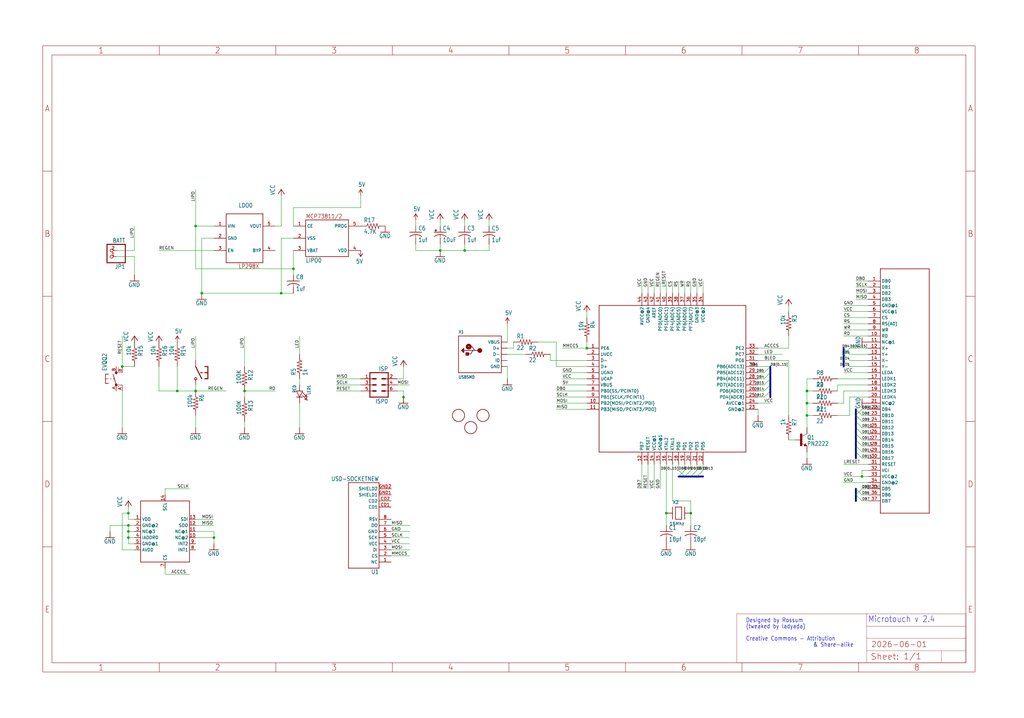
<source format=kicad_sch>
(kicad_sch (version 20230121) (generator eeschema)
  (paper "User" 425.45 298.602)
  (junction (at 101.6 162.56))
  (junction (at 193.04 104.14))
  (junction (at 53.34 223.52))
  (junction (at 53.34 218.44))
  (junction (at 121.92 111.76))
  (junction (at 276.86 213.36))
  (junction (at 81.28 93.98))
  (junction (at 335.28 162.56))
  (junction (at 83.82 121.92))
  (junction (at 335.28 167.64))
  (junction (at 116.84 121.92))
  (junction (at 53.34 220.98))
  (junction (at 73.66 162.56))
  (junction (at 50.8 152.4))
  (junction (at 287.02 213.36))
  (junction (at 358.14 198.12))
  (junction (at 53.34 213.36))
  (junction (at 88.9 223.52))
  (junction (at 167.64 165.1))
  (junction (at 81.28 162.56))
  (junction (at 182.88 104.14))
  (junction (at 243.84 144.78))
  (junction (at 335.28 172.72))
  (bus_entry (at 358.14 170.18) (size -2.54 2.54))
  (bus_entry (at 353.06 152.4) (size -2.54 -2.54))
  (bus_entry (at 284.48 195.58) (size -2.54 2.54))
  (bus_entry (at 358.14 185.42) (size -2.54 -2.54))
  (bus_entry (at 292.1 195.58) (size -2.54 2.54))
  (bus_entry (at 358.14 205.74) (size -2.54 -2.54))
  (bus_entry (at 317.5 165.1) (size 2.54 -2.54))
  (bus_entry (at 358.14 190.5) (size -2.54 -2.54))
  (bus_entry (at 358.14 203.2) (size -2.54 2.54))
  (bus_entry (at 358.14 180.34) (size -2.54 -2.54))
  (bus_entry (at 358.14 208.28) (size -2.54 -2.54))
  (bus_entry (at 358.14 175.26) (size -2.54 -2.54))
  (bus_entry (at 358.14 187.96) (size -2.54 -2.54))
  (bus_entry (at 287.02 195.58) (size -2.54 2.54))
  (bus_entry (at 358.14 172.72) (size -2.54 -2.54))
  (bus_entry (at 317.5 160.02) (size 2.54 -2.54))
  (bus_entry (at 353.06 149.86) (size -2.54 -2.54))
  (bus_entry (at 353.06 147.32) (size -2.54 -2.54))
  (bus_entry (at 317.5 157.48) (size 2.54 -2.54))
  (bus_entry (at 281.94 195.58) (size 2.54 2.54))
  (bus_entry (at 317.5 154.94) (size 2.54 -2.54))
  (bus_entry (at 353.06 144.78) (size -2.54 2.54))
  (bus_entry (at 317.5 162.56) (size 2.54 -2.54))
  (bus_entry (at 358.14 182.88) (size -2.54 -2.54))
  (bus_entry (at 358.14 177.8) (size -2.54 -2.54))
  (bus_entry (at 289.56 195.58) (size -2.54 2.54))
  (wire (pts (xy 53.34 220.98) (xy 53.34 223.52)) (stroke (width 0.1524)))
  (wire (pts (xy 360.68 190.5) (xy 358.14 190.5)) (stroke (width 0.1524)))
  (wire (pts (xy 50.8 162.56) (xy 50.8 177.8)) (stroke (width 0.1524)))
  (wire (pts (xy 335.28 172.72) (xy 335.28 177.8)) (stroke (width 0.1524)))
  (wire (pts (xy 353.06 147.32) (xy 360.68 147.32)) (stroke (width 0.1524)))
  (wire (pts (xy 81.28 162.56) (xy 73.66 162.56)) (stroke (width 0.1524)))
  (wire (pts (xy 314.96 144.78) (xy 327.66 144.78)) (stroke (width 0.1524)))
  (wire (pts (xy 314.96 167.64) (xy 320.04 167.64)) (stroke (width 0.1524)))
  (wire (pts (xy 121.92 104.14) (xy 121.92 111.76)) (stroke (width 0.1524)))
  (wire (pts (xy 243.84 165.1) (xy 231.14 165.1)) (stroke (width 0.1524)))
  (wire (pts (xy 81.28 93.98) (xy 81.28 78.74)) (stroke (width 0.1524)))
  (wire (pts (xy 337.82 167.64) (xy 335.28 167.64)) (stroke (width 0.1524)))
  (wire (pts (xy 149.86 162.56) (xy 139.7 162.56)) (stroke (width 0.1524)))
  (wire (pts (xy 55.88 106.68) (xy 55.88 114.3)) (stroke (width 0.1524)))
  (wire (pts (xy 203.2 101.6) (xy 203.2 104.14)) (stroke (width 0.1524)))
  (wire (pts (xy 172.72 93.98) (xy 172.72 91.44)) (stroke (width 0.1524)))
  (wire (pts (xy 233.68 160.02) (xy 243.84 160.02)) (stroke (width 0.1524)))
  (wire (pts (xy 287.02 218.44) (xy 287.02 213.36)) (stroke (width 0.1524)))
  (wire (pts (xy 360.68 187.96) (xy 358.14 187.96)) (stroke (width 0.1524)))
  (wire (pts (xy 101.6 139.7) (xy 101.6 152.4)) (stroke (width 0.1524)))
  (wire (pts (xy 88.9 223.52) (xy 81.28 223.52)) (stroke (width 0.1524)))
  (wire (pts (xy 243.84 142.24) (xy 243.84 144.78)) (stroke (width 0.1524)))
  (wire (pts (xy 203.2 104.14) (xy 193.04 104.14)) (stroke (width 0.1524)))
  (wire (pts (xy 360.68 195.58) (xy 358.14 195.58)) (stroke (width 0.1524)))
  (wire (pts (xy 335.28 190.5) (xy 335.28 187.96)) (stroke (width 0.1524)))
  (bus (pts (xy 350.52 149.86) (xy 350.52 152.4)) (stroke (width 0.762)))
  (wire (pts (xy 360.68 208.28) (xy 358.14 208.28)) (stroke (width 0.1524)))
  (wire (pts (xy 350.52 162.56) (xy 350.52 167.64)) (stroke (width 0.1524)))
  (wire (pts (xy 55.88 218.44) (xy 53.34 218.44)) (stroke (width 0.1524)))
  (wire (pts (xy 55.88 220.98) (xy 53.34 220.98)) (stroke (width 0.1524)))
  (wire (pts (xy 284.48 121.92) (xy 284.48 116.84)) (stroke (width 0.1524)))
  (wire (pts (xy 210.82 147.32) (xy 218.44 147.32)) (stroke (width 0.1524)))
  (bus (pts (xy 320.04 157.48) (xy 320.04 160.02)) (stroke (width 0.762)))
  (wire (pts (xy 271.78 121.92) (xy 271.78 116.84)) (stroke (width 0.1524)))
  (wire (pts (xy 360.68 121.92) (xy 355.6 121.92)) (stroke (width 0.1524)))
  (bus (pts (xy 355.6 205.74) (xy 355.6 208.28)) (stroke (width 0.762)))
  (bus (pts (xy 355.6 185.42) (xy 355.6 187.96)) (stroke (width 0.762)))
  (wire (pts (xy 88.9 220.98) (xy 88.9 223.52)) (stroke (width 0.1524)))
  (wire (pts (xy 360.68 160.02) (xy 347.98 160.02)) (stroke (width 0.1524)))
  (wire (pts (xy 360.68 139.7) (xy 350.52 139.7)) (stroke (width 0.1524)))
  (wire (pts (xy 284.48 193.04) (xy 284.48 195.58)) (stroke (width 0.1524)))
  (wire (pts (xy 360.68 170.18) (xy 358.14 170.18)) (stroke (width 0.1524)))
  (wire (pts (xy 73.66 162.56) (xy 73.66 152.4)) (stroke (width 0.1524)))
  (wire (pts (xy 337.82 172.72) (xy 335.28 172.72)) (stroke (width 0.1524)))
  (bus (pts (xy 320.04 160.02) (xy 320.04 162.56)) (stroke (width 0.762)))
  (wire (pts (xy 360.68 205.74) (xy 358.14 205.74)) (stroke (width 0.1524)))
  (wire (pts (xy 210.82 157.48) (xy 210.82 152.4)) (stroke (width 0.1524)))
  (bus (pts (xy 320.04 162.56) (xy 320.04 165.1)) (stroke (width 0.762)))
  (wire (pts (xy 121.92 86.36) (xy 149.86 86.36)) (stroke (width 0.1524)))
  (wire (pts (xy 81.28 220.98) (xy 88.9 220.98)) (stroke (width 0.1524)))
  (wire (pts (xy 314.96 147.32) (xy 325.12 147.32)) (stroke (width 0.1524)))
  (wire (pts (xy 81.28 149.86) (xy 81.28 139.7)) (stroke (width 0.1524)))
  (wire (pts (xy 314.96 160.02) (xy 317.5 160.02)) (stroke (width 0.1524)))
  (bus (pts (xy 350.52 144.78) (xy 350.52 147.32)) (stroke (width 0.762)))
  (bus (pts (xy 355.6 203.2) (xy 355.6 205.74)) (stroke (width 0.762)))
  (wire (pts (xy 360.68 134.62) (xy 350.52 134.62)) (stroke (width 0.1524)))
  (wire (pts (xy 121.92 114.3) (xy 121.92 111.76)) (stroke (width 0.1524)))
  (wire (pts (xy 231.14 142.24) (xy 231.14 152.4)) (stroke (width 0.1524)))
  (wire (pts (xy 66.04 162.56) (xy 66.04 152.4)) (stroke (width 0.1524)))
  (wire (pts (xy 68.58 205.74) (xy 68.58 203.2)) (stroke (width 0.1524)))
  (wire (pts (xy 360.68 162.56) (xy 350.52 162.56)) (stroke (width 0.1524)))
  (wire (pts (xy 53.34 226.06) (xy 55.88 226.06)) (stroke (width 0.1524)))
  (wire (pts (xy 162.56 231.14) (xy 170.18 231.14)) (stroke (width 0.1524)))
  (wire (pts (xy 81.28 162.56) (xy 93.98 162.56)) (stroke (width 0.1524)))
  (wire (pts (xy 353.06 172.72) (xy 347.98 172.72)) (stroke (width 0.1524)))
  (wire (pts (xy 353.06 165.1) (xy 353.06 172.72)) (stroke (width 0.1524)))
  (wire (pts (xy 223.52 142.24) (xy 231.14 142.24)) (stroke (width 0.1524)))
  (wire (pts (xy 243.84 154.94) (xy 233.68 154.94)) (stroke (width 0.1524)))
  (wire (pts (xy 121.92 111.76) (xy 81.28 111.76)) (stroke (width 0.1524)))
  (wire (pts (xy 124.46 157.48) (xy 124.46 160.02)) (stroke (width 0.1524)))
  (wire (pts (xy 360.68 127) (xy 350.52 127)) (stroke (width 0.1524)))
  (wire (pts (xy 81.28 111.76) (xy 81.28 93.98)) (stroke (width 0.1524)))
  (wire (pts (xy 335.28 157.48) (xy 335.28 162.56)) (stroke (width 0.1524)))
  (wire (pts (xy 101.6 162.56) (xy 101.6 165.1)) (stroke (width 0.1524)))
  (wire (pts (xy 353.06 149.86) (xy 360.68 149.86)) (stroke (width 0.1524)))
  (wire (pts (xy 274.32 193.04) (xy 274.32 203.2)) (stroke (width 0.1524)))
  (wire (pts (xy 358.14 195.58) (xy 358.14 198.12)) (stroke (width 0.1524)))
  (wire (pts (xy 101.6 162.56) (xy 114.3 162.56)) (stroke (width 0.1524)))
  (wire (pts (xy 167.64 165.1) (xy 167.64 167.64)) (stroke (width 0.1524)))
  (wire (pts (xy 53.34 223.52) (xy 53.34 226.06)) (stroke (width 0.1524)))
  (wire (pts (xy 167.64 162.56) (xy 167.64 165.1)) (stroke (width 0.1524)))
  (wire (pts (xy 55.88 215.9) (xy 53.34 215.9)) (stroke (width 0.1524)))
  (wire (pts (xy 360.68 200.66) (xy 350.52 200.66)) (stroke (width 0.1524)))
  (wire (pts (xy 276.86 218.44) (xy 276.86 213.36)) (stroke (width 0.1524)))
  (wire (pts (xy 88.9 99.06) (xy 83.82 99.06)) (stroke (width 0.1524)))
  (wire (pts (xy 101.6 177.8) (xy 101.6 175.26)) (stroke (width 0.1524)))
  (wire (pts (xy 182.88 101.6) (xy 182.88 104.14)) (stroke (width 0.1524)))
  (bus (pts (xy 355.6 170.18) (xy 355.6 172.72)) (stroke (width 0.762)))
  (wire (pts (xy 327.66 144.78) (xy 327.66 139.7)) (stroke (width 0.1524)))
  (wire (pts (xy 88.9 215.9) (xy 81.28 215.9)) (stroke (width 0.1524)))
  (wire (pts (xy 243.84 157.48) (xy 233.68 157.48)) (stroke (width 0.1524)))
  (wire (pts (xy 193.04 104.14) (xy 193.04 101.6)) (stroke (width 0.1524)))
  (wire (pts (xy 53.34 215.9) (xy 53.34 213.36)) (stroke (width 0.1524)))
  (wire (pts (xy 231.14 152.4) (xy 243.84 152.4)) (stroke (width 0.1524)))
  (wire (pts (xy 353.06 152.4) (xy 360.68 152.4)) (stroke (width 0.1524)))
  (wire (pts (xy 162.56 228.6) (xy 170.18 228.6)) (stroke (width 0.1524)))
  (wire (pts (xy 124.46 147.32) (xy 124.46 139.7)) (stroke (width 0.1524)))
  (wire (pts (xy 121.92 93.98) (xy 121.92 86.36)) (stroke (width 0.1524)))
  (wire (pts (xy 170.18 223.52) (xy 162.56 223.52)) (stroke (width 0.1524)))
  (wire (pts (xy 360.68 132.08) (xy 350.52 132.08)) (stroke (width 0.1524)))
  (wire (pts (xy 149.86 160.02) (xy 139.7 160.02)) (stroke (width 0.1524)))
  (wire (pts (xy 360.68 172.72) (xy 358.14 172.72)) (stroke (width 0.1524)))
  (wire (pts (xy 287.02 193.04) (xy 287.02 195.58)) (stroke (width 0.1524)))
  (wire (pts (xy 243.84 149.86) (xy 228.6 149.86)) (stroke (width 0.1524)))
  (wire (pts (xy 360.68 182.88) (xy 358.14 182.88)) (stroke (width 0.1524)))
  (wire (pts (xy 116.84 93.98) (xy 116.84 81.28)) (stroke (width 0.1524)))
  (wire (pts (xy 213.36 144.78) (xy 213.36 142.24)) (stroke (width 0.1524)))
  (wire (pts (xy 149.86 86.36) (xy 149.86 81.28)) (stroke (width 0.1524)))
  (wire (pts (xy 172.72 104.14) (xy 182.88 104.14)) (stroke (width 0.1524)))
  (wire (pts (xy 289.56 121.92) (xy 289.56 116.84)) (stroke (width 0.1524)))
  (wire (pts (xy 124.46 177.8) (xy 124.46 167.64)) (stroke (width 0.1524)))
  (bus (pts (xy 289.56 198.12) (xy 292.1 198.12)) (stroke (width 0.762)))
  (wire (pts (xy 162.56 218.44) (xy 170.18 218.44)) (stroke (width 0.1524)))
  (bus (pts (xy 287.02 198.12) (xy 289.56 198.12)) (stroke (width 0.762)))
  (wire (pts (xy 266.7 121.92) (xy 266.7 116.84)) (stroke (width 0.1524)))
  (wire (pts (xy 360.68 177.8) (xy 358.14 177.8)) (stroke (width 0.1524)))
  (wire (pts (xy 50.8 152.4) (xy 50.8 139.7)) (stroke (width 0.1524)))
  (wire (pts (xy 210.82 144.78) (xy 213.36 144.78)) (stroke (width 0.1524)))
  (wire (pts (xy 243.84 167.64) (xy 231.14 167.64)) (stroke (width 0.1524)))
  (wire (pts (xy 274.32 121.92) (xy 274.32 116.84)) (stroke (width 0.1524)))
  (bus (pts (xy 355.6 177.8) (xy 355.6 180.34)) (stroke (width 0.762)))
  (wire (pts (xy 360.68 198.12) (xy 358.14 198.12)) (stroke (width 0.1524)))
  (wire (pts (xy 335.28 162.56) (xy 335.28 167.64)) (stroke (width 0.1524)))
  (wire (pts (xy 353.06 144.78) (xy 360.68 144.78)) (stroke (width 0.1524)))
  (bus (pts (xy 284.48 198.12) (xy 287.02 198.12)) (stroke (width 0.762)))
  (wire (pts (xy 335.28 167.64) (xy 335.28 172.72)) (stroke (width 0.1524)))
  (wire (pts (xy 83.82 121.92) (xy 116.84 121.92)) (stroke (width 0.1524)))
  (wire (pts (xy 50.8 228.6) (xy 55.88 228.6)) (stroke (width 0.1524)))
  (wire (pts (xy 182.88 104.14) (xy 193.04 104.14)) (stroke (width 0.1524)))
  (wire (pts (xy 149.86 157.48) (xy 139.7 157.48)) (stroke (width 0.1524)))
  (wire (pts (xy 314.96 162.56) (xy 317.5 162.56)) (stroke (width 0.1524)))
  (wire (pts (xy 162.56 226.06) (xy 170.18 226.06)) (stroke (width 0.1524)))
  (bus (pts (xy 350.52 147.32) (xy 350.52 149.86)) (stroke (width 0.762)))
  (wire (pts (xy 327.66 149.86) (xy 327.66 172.72)) (stroke (width 0.1524)))
  (wire (pts (xy 279.4 121.92) (xy 279.4 116.84)) (stroke (width 0.1524)))
  (wire (pts (xy 114.3 93.98) (xy 116.84 93.98)) (stroke (width 0.1524)))
  (wire (pts (xy 203.2 91.44) (xy 203.2 93.98)) (stroke (width 0.1524)))
  (wire (pts (xy 48.26 104.14) (xy 55.88 104.14)) (stroke (width 0.1524)))
  (wire (pts (xy 50.8 213.36) (xy 50.8 228.6)) (stroke (width 0.1524)))
  (wire (pts (xy 360.68 175.26) (xy 358.14 175.26)) (stroke (width 0.1524)))
  (wire (pts (xy 360.68 124.46) (xy 355.6 124.46)) (stroke (width 0.1524)))
  (wire (pts (xy 276.86 121.92) (xy 276.86 116.84)) (stroke (width 0.1524)))
  (wire (pts (xy 314.96 157.48) (xy 317.5 157.48)) (stroke (width 0.1524)))
  (wire (pts (xy 276.86 193.04) (xy 276.86 213.36)) (stroke (width 0.1524)))
  (wire (pts (xy 55.88 223.52) (xy 53.34 223.52)) (stroke (width 0.1524)))
  (wire (pts (xy 314.96 165.1) (xy 317.5 165.1)) (stroke (width 0.1524)))
  (wire (pts (xy 243.84 170.18) (xy 231.14 170.18)) (stroke (width 0.1524)))
  (wire (pts (xy 266.7 193.04) (xy 266.7 203.2)) (stroke (width 0.1524)))
  (wire (pts (xy 50.8 152.4) (xy 55.88 152.4)) (stroke (width 0.1524)))
  (wire (pts (xy 182.88 91.44) (xy 182.88 93.98)) (stroke (width 0.1524)))
  (wire (pts (xy 292.1 121.92) (xy 292.1 116.84)) (stroke (width 0.1524)))
  (bus (pts (xy 355.6 180.34) (xy 355.6 182.88)) (stroke (width 0.762)))
  (wire (pts (xy 360.68 157.48) (xy 347.98 157.48)) (stroke (width 0.1524)))
  (bus (pts (xy 281.94 198.12) (xy 284.48 198.12)) (stroke (width 0.762)))
  (wire (pts (xy 88.9 104.14) (xy 66.04 104.14)) (stroke (width 0.1524)))
  (bus (pts (xy 355.6 182.88) (xy 355.6 185.42)) (stroke (width 0.762)))
  (wire (pts (xy 314.96 154.94) (xy 317.5 154.94)) (stroke (width 0.1524)))
  (wire (pts (xy 193.04 93.98) (xy 193.04 91.44)) (stroke (width 0.1524)))
  (wire (pts (xy 172.72 101.6) (xy 172.72 104.14)) (stroke (width 0.1524)))
  (wire (pts (xy 68.58 238.76) (xy 78.74 238.76)) (stroke (width 0.1524)))
  (wire (pts (xy 81.28 160.02) (xy 81.28 162.56)) (stroke (width 0.1524)))
  (wire (pts (xy 287.02 121.92) (xy 287.02 116.84)) (stroke (width 0.1524)))
  (wire (pts (xy 292.1 193.04) (xy 292.1 195.58)) (stroke (width 0.1524)))
  (bus (pts (xy 355.6 172.72) (xy 355.6 175.26)) (stroke (width 0.762)))
  (wire (pts (xy 358.14 198.12) (xy 350.52 198.12)) (stroke (width 0.1524)))
  (wire (pts (xy 53.34 218.44) (xy 53.34 220.98)) (stroke (width 0.1524)))
  (wire (pts (xy 167.64 157.48) (xy 167.64 152.4)) (stroke (width 0.1524)))
  (wire (pts (xy 53.34 218.44) (xy 45.72 218.44)) (stroke (width 0.1524)))
  (wire (pts (xy 271.78 193.04) (xy 271.78 203.2)) (stroke (width 0.1524)))
  (wire (pts (xy 360.68 154.94) (xy 350.52 154.94)) (stroke (width 0.1524)))
  (wire (pts (xy 210.82 142.24) (xy 210.82 134.62)) (stroke (width 0.1524)))
  (wire (pts (xy 45.72 218.44) (xy 45.72 220.98)) (stroke (width 0.1524)))
  (wire (pts (xy 327.66 182.88) (xy 330.2 182.88)) (stroke (width 0.1524)))
  (wire (pts (xy 337.82 162.56) (xy 335.28 162.56)) (stroke (width 0.1524)))
  (wire (pts (xy 165.1 157.48) (xy 167.64 157.48)) (stroke (width 0.1524)))
  (wire (pts (xy 279.4 208.28) (xy 287.02 208.28)) (stroke (width 0.1524)))
  (wire (pts (xy 68.58 236.22) (xy 68.58 238.76)) (stroke (width 0.1524)))
  (wire (pts (xy 88.9 93.98) (xy 81.28 93.98)) (stroke (width 0.1524)))
  (wire (pts (xy 281.94 193.04) (xy 281.94 195.58)) (stroke (width 0.1524)))
  (wire (pts (xy 116.84 99.06) (xy 116.84 121.92)) (stroke (width 0.1524)))
  (bus (pts (xy 320.04 154.94) (xy 320.04 157.48)) (stroke (width 0.762)))
  (wire (pts (xy 327.66 129.54) (xy 327.66 127)) (stroke (width 0.1524)))
  (bus (pts (xy 355.6 187.96) (xy 355.6 190.5)) (stroke (width 0.762)))
  (wire (pts (xy 360.68 180.34) (xy 358.14 180.34)) (stroke (width 0.1524)))
  (wire (pts (xy 243.84 144.78) (xy 233.68 144.78)) (stroke (width 0.1524)))
  (wire (pts (xy 55.88 104.14) (xy 55.88 93.98)) (stroke (width 0.1524)))
  (wire (pts (xy 279.4 193.04) (xy 279.4 208.28)) (stroke (width 0.1524)))
  (wire (pts (xy 287.02 208.28) (xy 287.02 213.36)) (stroke (width 0.1524)))
  (wire (pts (xy 360.68 137.16) (xy 350.52 137.16)) (stroke (width 0.1524)))
  (wire (pts (xy 83.82 99.06) (xy 83.82 121.92)) (stroke (width 0.1524)))
  (wire (pts (xy 48.26 106.68) (xy 55.88 106.68)) (stroke (width 0.1524)))
  (wire (pts (xy 350.52 167.64) (xy 347.98 167.64)) (stroke (width 0.1524)))
  (wire (pts (xy 88.9 218.44) (xy 81.28 218.44)) (stroke (width 0.1524)))
  (wire (pts (xy 73.66 162.56) (xy 66.04 162.56)) (stroke (width 0.1524)))
  (wire (pts (xy 337.82 157.48) (xy 335.28 157.48)) (stroke (width 0.1524)))
  (wire (pts (xy 360.68 165.1) (xy 353.06 165.1)) (stroke (width 0.1524)))
  (wire (pts (xy 81.28 177.8) (xy 81.28 172.72)) (stroke (width 0.1524)))
  (wire (pts (xy 165.1 162.56) (xy 167.64 162.56)) (stroke (width 0.1524)))
  (wire (pts (xy 347.98 160.02) (xy 347.98 162.56)) (stroke (width 0.1524)))
  (wire (pts (xy 228.6 149.86) (xy 228.6 147.32)) (stroke (width 0.1524)))
  (bus (pts (xy 355.6 175.26) (xy 355.6 177.8)) (stroke (width 0.762)))
  (wire (pts (xy 243.84 129.54) (xy 243.84 132.08)) (stroke (width 0.1524)))
  (wire (pts (xy 269.24 193.04) (xy 269.24 203.2)) (stroke (width 0.1524)))
  (wire (pts (xy 243.84 162.56) (xy 231.14 162.56)) (stroke (width 0.1524)))
  (wire (pts (xy 314.96 152.4) (xy 320.04 152.4)) (stroke (width 0.1524)))
  (wire (pts (xy 269.24 121.92) (xy 269.24 116.84)) (stroke (width 0.1524)))
  (wire (pts (xy 121.92 99.06) (xy 116.84 99.06)) (stroke (width 0.1524)))
  (wire (pts (xy 360.68 193.04) (xy 350.52 193.04)) (stroke (width 0.1524)))
  (wire (pts (xy 360.68 119.38) (xy 355.6 119.38)) (stroke (width 0.1524)))
  (wire (pts (xy 281.94 121.92) (xy 281.94 116.84)) (stroke (width 0.1524)))
  (wire (pts (xy 360.68 129.54) (xy 350.52 129.54)) (stroke (width 0.1524)))
  (wire (pts (xy 68.58 203.2) (xy 78.74 203.2)) (stroke (width 0.1524)))
  (wire (pts (xy 360.68 116.84) (xy 355.6 116.84)) (stroke (width 0.1524)))
  (wire (pts (xy 121.92 121.92) (xy 116.84 121.92)) (stroke (width 0.1524)))
  (bus (pts (xy 320.04 152.4) (xy 320.04 154.94)) (stroke (width 0.762)))
  (wire (pts (xy 314.96 149.86) (xy 327.66 149.86)) (stroke (width 0.1524)))
  (wire (pts (xy 53.34 213.36) (xy 50.8 213.36)) (stroke (width 0.1524)))
  (wire (pts (xy 314.96 170.18) (xy 314.96 172.72)) (stroke (width 0.1524)))
  (wire (pts (xy 360.68 185.42) (xy 358.14 185.42)) (stroke (width 0.1524)))
  (wire (pts (xy 289.56 193.04) (xy 289.56 195.58)) (stroke (width 0.1524)))
  (wire (pts (xy 162.56 220.98) (xy 170.18 220.98)) (stroke (width 0.1524)))
  (wire (pts (xy 88.9 223.52) (xy 88.9 226.06)) (stroke (width 0.1524)))
  (wire (pts (xy 53.34 213.36) (xy 53.34 210.82)) (stroke (width 0.1524)))
  (wire (pts (xy 360.68 203.2) (xy 358.14 203.2)) (stroke (width 0.1524)))
  (wire (pts (xy 170.18 160.02) (xy 165.1 160.02)) (stroke (width 0.1524)))
  (text "Microtouch v 2.4" (at 360.68 259.08 0) (effects (font (size 2.54 2.159)) (justify left bottom)))
  (text "Designed by Rossum" (at 309.88 259.08 0) (effects (font (size 1.778 1.5113)) (justify left bottom)))
  (text "Creative Commons - Attribution" (at 309.88 266.7 0) (effects (font (size 1.778 1.5113)) (justify left bottom)))
  (text "(tweaked by ladyada)" (at 309.88 261.62 0) (effects (font (size 1.778 1.5113)) (justify left bottom)))
  (text "& Share-alike" (at 337.82 269.24 0) (effects (font (size 1.778 1.5113)) (justify left bottom)))
  (label "VCC" (at 271.78 203.2 90) (effects (font (size 1.2446 1.2446))))
  (label "LIPO" (at 55.88 99.06 90) (effects (font (size 1.2446 1.2446))))
  (label "DB12" (at 317.5 165.1 180) (effects (font (size 1.016 1.016))))
  (label "GND" (at 350.52 127 0) (effects (font (size 1.2446 1.2446))))
  (label "DB8" (at 281.94 195.58 0) (effects (font (size 1.016 1.016))))
  (label "LIPO" (at 81.28 144.78 90) (effects (font (size 1.2446 1.2446))))
  (label "DB9" (at 284.48 195.58 0) (effects (font (size 1.016 1.016))))
  (label "GND" (at 350.52 200.66 0) (effects (font (size 1.2446 1.2446))))
  (label "DB4" (at 353.06 144.78 180) (effects (font (size 1.016 1.016))))
  (label "RD" (at 287.02 119.38 90) (effects (font (size 1.2446 1.2446))))
  (label "RESET" (at 139.7 162.56 0) (effects (font (size 1.2446 1.2446))))
  (label "GND" (at 162.56 220.98 0) (effects (font (size 1.2446 1.2446))))
  (label "DB14" (at 353.06 149.86 180) (effects (font (size 1.016 1.016))))
  (label "VCC" (at 350.52 129.54 0) (effects (font (size 1.2446 1.2446))))
  (label "VCC" (at 317.5 167.64 0) (effects (font (size 1.2446 1.2446))))
  (label "DB14" (at 358.14 187.96 0) (effects (font (size 1.016 1.016))))
  (label "MISO" (at 231.14 170.18 0) (effects (font (size 1.2446 1.2446))))
  (label "DB4" (at 358.14 170.18 0) (effects (font (size 1.016 1.016))))
  (label "REGEN" (at 66.04 104.14 0) (effects (font (size 1.2446 1.2446))))
  (label "WR" (at 284.48 119.38 90) (effects (font (size 1.2446 1.2446))))
  (label "DB[0..15]" (at 358.14 170.18 0) (effects (font (size 1.016 1.016))))
  (label "DB0" (at 231.14 162.56 0) (effects (font (size 1.2446 1.2446))))
  (label "VCC" (at 266.7 119.38 90) (effects (font (size 1.2446 1.2446))))
  (label "5V" (at 233.68 160.02 0) (effects (font (size 1.2446 1.2446))))
  (label "MOSI" (at 162.56 228.6 0) (effects (font (size 1.2446 1.2446))))
  (label "RESET" (at 50.8 147.32 90) (effects (font (size 1.2446 1.2446))))
  (label "DB8" (at 358.14 172.72 0) (effects (font (size 1.016 1.016))))
  (label "DB[0..15]" (at 353.06 144.78 0) (effects (font (size 1.016 1.016))))
  (label "DB11" (at 289.56 195.58 0) (effects (font (size 1.016 1.016))))
  (label "DB7" (at 358.14 208.28 0) (effects (font (size 1.016 1.016))))
  (label "LIPO" (at 101.6 144.78 90) (effects (font (size 1.2446 1.2446))))
  (label "VCC" (at 162.56 226.06 0) (effects (font (size 1.2446 1.2446))))
  (label "DB6" (at 314.96 152.4 180) (effects (font (size 1.016 1.016))))
  (label "DB14" (at 317.5 162.56 180) (effects (font (size 1.016 1.016))))
  (label "REGEN" (at 274.32 119.38 90) (effects (font (size 1.2446 1.2446))))
  (label "RD" (at 111.76 162.56 0) (effects (font (size 1.2446 1.2446))))
  (label "GND" (at 289.56 119.38 90) (effects (font (size 1.2446 1.2446))))
  (label "SCLK" (at 162.56 223.52 0) (effects (font (size 1.2446 1.2446))))
  (label "DB9" (at 358.14 175.26 0) (effects (font (size 1.016 1.016))))
  (label "MOSI" (at 231.14 167.64 0) (effects (font (size 1.2446 1.2446))))
  (label "CS" (at 350.52 132.08 0) (effects (font (size 1.2446 1.2446))))
  (label "DB13" (at 358.14 185.42 0) (effects (font (size 1.016 1.016))))
  (label "GND" (at 274.32 203.2 90) (effects (font (size 1.2446 1.2446))))
  (label "DB13" (at 292.1 195.58 0) (effects (font (size 1.016 1.016))))
  (label "SCLK" (at 139.7 160.02 0) (effects (font (size 1.2446 1.2446))))
  (label "VCC" (at 271.78 119.38 90) (effects (font (size 1.2446 1.2446))))
  (label "LRESET" (at 350.52 193.04 0) (effects (font (size 1.2446 1.2446))))
  (label "CS" (at 279.4 119.38 90) (effects (font (size 1.2446 1.2446))))
  (label "MISO" (at 139.7 157.48 0) (effects (font (size 1.2446 1.2446))))
  (label "ACCCS" (at 71.12 238.76 0) (effects (font (size 1.2446 1.2446))))
  (label "DB0" (at 355.6 116.84 0) (effects (font (size 1.2446 1.2446))))
  (label "MOSI" (at 83.82 215.9 0) (effects (font (size 1.2446 1.2446))))
  (label "DB4" (at 317.5 157.48 180) (effects (font (size 1.016 1.016))))
  (label "DB6" (at 358.14 205.74 0) (effects (font (size 1.016 1.016))))
  (label "DB[0..15]" (at 281.94 195.58 180) (effects (font (size 1.016 1.016))))
  (label "DB5" (at 358.14 203.2 0) (effects (font (size 1.016 1.016))))
  (label "GND" (at 233.68 154.94 0) (effects (font (size 1.2446 1.2446))))
  (label "LRESET" (at 276.86 119.38 90) (effects (font (size 1.2446 1.2446))))
  (label "DB15" (at 353.06 152.4 180) (effects (font (size 1.016 1.016))))
  (label "BLED" (at 317.5 149.86 0) (effects (font (size 1.2446 1.2446))))
  (label "LED" (at 317.5 147.32 0) (effects (font (size 1.2446 1.2446))))
  (label "MMCCS" (at 233.68 144.78 0) (effects (font (size 1.2446 1.2446))))
  (label "VCC" (at 292.1 119.38 90) (effects (font (size 1.2446 1.2446))))
  (label "DB12" (at 358.14 182.88 0) (effects (font (size 1.016 1.016))))
  (label "DB10" (at 358.14 177.8 0) (effects (font (size 1.016 1.016))))
  (label "DB10" (at 287.02 195.58 0) (effects (font (size 1.016 1.016))))
  (label "DB11" (at 358.14 180.34 0) (effects (font (size 1.016 1.016))))
  (label "MOSI" (at 165.1 160.02 0) (effects (font (size 1.2446 1.2446))))
  (label "DB7" (at 266.7 203.2 90) (effects (font (size 1.2446 1.2446))))
  (label "REGEN" (at 86.36 162.56 0) (effects (font (size 1.2446 1.2446))))
  (label "RD" (at 350.52 139.7 0) (effects (font (size 1.2446 1.2446))))
  (label "WR" (at 350.52 137.16 0) (effects (font (size 1.2446 1.2446))))
  (label "DB[0..15]" (at 358.14 203.2 0) (effects (font (size 1.016 1.016))))
  (label "GND" (at 269.24 119.38 90) (effects (font (size 1.2446 1.2446))))
  (label "DB5" (at 317.5 154.94 180) (effects (font (size 1.016 1.016))))
  (label "VCC" (at 350.52 154.94 0) (effects (font (size 1.2446 1.2446))))
  (label "DB[0..15]" (at 320.04 152.4 0) (effects (font (size 1.016 1.016))))
  (label "ACCCS" (at 317.5 144.78 0) (effects (font (size 1.2446 1.2446))))
  (label "MISO" (at 83.82 218.44 0) (effects (font (size 1.2446 1.2446))))
  (label "LIPO" (at 81.28 83.82 90) (effects (font (size 1.2446 1.2446))))
  (label "VCC" (at 233.68 157.48 0) (effects (font (size 1.2446 1.2446))))
  (label "DB15" (at 358.14 190.5 0) (effects (font (size 1.016 1.016))))
  (label "RS" (at 350.52 134.62 0) (effects (font (size 1.2446 1.2446))))
  (label "MMCCS" (at 162.56 231.14 0) (effects (font (size 1.2446 1.2446))))
  (label "RS" (at 281.94 119.38 90) (effects (font (size 1.2446 1.2446))))
  (label "VCC" (at 350.52 198.12 0) (effects (font (size 1.2446 1.2446))))
  (label "RESET" (at 269.24 203.2 90) (effects (font (size 1.2446 1.2446))))
  (label "MOSI" (at 355.6 121.92 0) (effects (font (size 1.2446 1.2446))))
  (label "MISO" (at 162.56 218.44 0) (effects (font (size 1.2446 1.2446))))
  (label "DB15" (at 317.5 160.02 180) (effects (font (size 1.016 1.016))))
  (label "DB5" (at 353.06 147.32 180) (effects (font (size 1.016 1.016))))
  (label "SCLK" (at 73.66 203.2 0) (effects (font (size 1.2446 1.2446))))
  (label "SCLK" (at 355.6 119.38 0) (effects (font (size 1.2446 1.2446))))
  (label "MISO" (at 355.6 124.46 0) (effects (font (size 1.2446 1.2446))))
  (label "LED" (at 124.46 144.78 90) (effects (font (size 1.2446 1.2446))))
  (label "SCLK" (at 231.14 165.1 0) (effects (font (size 1.2446 1.2446))))
  (symbol (lib_id "working-eagle-import:supply1_GND") (at 287.02 228.6 0) (unit 1)
    (property "Reference" "#GND1" (effects hide))
    (property "Value" "GND" (at 284.48 231.14 0) (effects (font (size 1.778 1.5113)) (justify left bottom)))
  )
  (symbol (lib_id "working-eagle-import:5V") (at 172.72 91.44 0) (unit 1)
    (property "Reference" "#U$12" (effects hide))
    (property "Value" "5V" (at 171.704 87.884 0) (effects (font (size 1.778 1.5113)) (justify left bottom)))
  )
  (symbol (lib_id "working-eagle-import:XTALNX5032") (at 281.94 213.36 0) (unit 1)
    (property "Reference" "X2" (at 279.4 209.55 0) (effects (justify left bottom)))
    (property "Value" "16Mhz" (at 278.13 218.44 0) (effects (justify left bottom)))
    (property "Footprint" "working:NX5032" (effects hide))
  )
  (symbol (lib_id "working-eagle-import:GND") (at 160.02 96.52 0) (unit 1)
    (property "Reference" "#GND15" (effects hide))
    (property "Value" "GND" (at 157.48 99.06 0) (effects (font (size 1.778 1.5113)) (justify left bottom)))
  )
  (symbol (lib_id "working-eagle-import:R-US_R0805") (at 342.9 172.72 0) (unit 1)
    (property "Reference" "R11" (at 339.09 171.2214 0) (effects (font (size 1.778 1.5113)) (justify left bottom)))
    (property "Value" "22" (at 339.09 176.022 0) (effects (font (size 1.778 1.5113)) (justify left bottom)))
    (property "Footprint" "working:R0805" (effects hide))
  )
  (symbol (lib_id "working-eagle-import:KSSMINISWITCH") (at 81.28 154.94 270) (unit 1)
    (property "Reference" "U2" (effects hide))
    (property "Value" "KSSMINISWITCH" (effects hide))
    (property "Footprint" "working:KSSMINI" (effects hide))
  )
  (symbol (lib_id "working-eagle-import:GND") (at 124.46 180.34 0) (unit 1)
    (property "Reference" "#GND6" (effects hide))
    (property "Value" "GND" (at 121.92 182.88 0) (effects (font (size 1.778 1.5113)) (justify left bottom)))
  )
  (symbol (lib_id "working-eagle-import:C-USC0805K") (at 193.04 96.52 0) (unit 1)
    (property "Reference" "C3" (at 194.056 95.885 0) (effects (font (size 1.778 1.5113)) (justify left bottom)))
    (property "Value" "1uf" (at 194.056 100.711 0) (effects (font (size 1.778 1.5113)) (justify left bottom)))
    (property "Footprint" "working:C0805K" (effects hide))
  )
  (symbol (lib_id "working-eagle-import:GND") (at 81.28 180.34 0) (unit 1)
    (property "Reference" "#GND8" (effects hide))
    (property "Value" "GND" (at 78.74 182.88 0) (effects (font (size 1.778 1.5113)) (justify left bottom)))
  )
  (symbol (lib_id "working-eagle-import:GND") (at 50.8 180.34 0) (unit 1)
    (property "Reference" "#GND7" (effects hide))
    (property "Value" "GND" (at 48.26 182.88 0) (effects (font (size 1.778 1.5113)) (justify left bottom)))
  )
  (symbol (lib_id "working-eagle-import:R-US_R0805") (at 124.46 152.4 90) (unit 1)
    (property "Reference" "R5" (at 122.9614 156.21 0) (effects (font (size 1.778 1.5113)) (justify left bottom)))
    (property "Value" "1k" (at 127.762 156.21 0) (effects (font (size 1.778 1.5113)) (justify left bottom)))
    (property "Footprint" "working:R0805" (effects hide))
  )
  (symbol (lib_id "working-eagle-import:supply1_GND") (at 335.28 193.04 0) (unit 1)
    (property "Reference" "#GND10" (effects hide))
    (property "Value" "GND" (at 332.74 195.58 0) (effects (font (size 1.778 1.5113)) (justify left bottom)))
  )
  (symbol (lib_id "working-eagle-import:VCC") (at 116.84 78.74 0) (unit 1)
    (property "Reference" "#P+1" (effects hide))
    (property "Value" "VCC" (at 114.3 81.28 90) (effects (font (size 1.778 1.5113)) (justify left bottom)))
  )
  (symbol (lib_id "working-eagle-import:R-US_R0805") (at 223.52 147.32 0) (unit 1)
    (property "Reference" "R2" (at 219.71 145.8214 0) (effects (font (size 1.778 1.5113)) (justify left bottom)))
    (property "Value" "22" (at 219.71 150.622 0) (effects (font (size 1.778 1.5113)) (justify left bottom)))
    (property "Footprint" "working:R0805" (effects hide))
  )
  (symbol (lib_id "working-eagle-import:R-US_R0805") (at 66.04 147.32 270) (unit 1)
    (property "Reference" "R16" (at 67.5386 143.51 0) (effects (font (size 1.778 1.5113)) (justify left bottom)))
    (property "Value" "10k" (at 62.738 143.51 0) (effects (font (size 1.778 1.5113)) (justify left bottom)))
    (property "Footprint" "working:R0805" (effects hide))
  )
  (symbol (lib_id "working-eagle-import:VCC") (at 55.88 139.7 0) (unit 1)
    (property "Reference" "#P+10" (effects hide))
    (property "Value" "VCC" (at 53.34 142.24 90) (effects (font (size 1.778 1.5113)) (justify left bottom)))
  )
  (symbol (lib_id "working-eagle-import:C-USC0805K") (at 203.2 96.52 0) (unit 1)
    (property "Reference" "C5" (at 204.216 95.885 0) (effects (font (size 1.778 1.5113)) (justify left bottom)))
    (property "Value" "1uf" (at 204.216 100.711 0) (effects (font (size 1.778 1.5113)) (justify left bottom)))
    (property "Footprint" "working:C0805K" (effects hide))
  )
  (symbol (lib_id "working-eagle-import:R-US_R0805") (at 327.66 177.8 270) (unit 1)
    (property "Reference" "R7" (at 329.1586 173.99 0) (effects (font (size 1.778 1.5113)) (justify left bottom)))
    (property "Value" "1k" (at 324.358 173.99 0) (effects (font (size 1.778 1.5113)) (justify left bottom)))
    (property "Footprint" "working:R0805" (effects hide))
  )
  (symbol (lib_id "working-eagle-import:supply1_GND") (at 358.14 167.64 270) (unit 1)
    (property "Reference" "#GND18" (effects hide))
    (property "Value" "GND" (at 355.6 165.1 0) (effects (font (size 1.778 1.5113)) (justify left bottom)))
  )
  (symbol (lib_id "working-eagle-import:USBMINIB") (at 200.66 147.32 0) (unit 1)
    (property "Reference" "X1" (at 190.5 138.684 0) (effects (font (size 1.27 1.0795)) (justify left bottom)))
    (property "Value" "USBSMD" (at 190.5 157.48 0) (effects (font (size 1.27 1.0795)) (justify left bottom)))
    (property "Footprint" "working:USB-MINIB" (effects hide))
  )
  (symbol (lib_id "working-eagle-import:supply1_GND") (at 88.9 228.6 0) (unit 1)
    (property "Reference" "#GND5" (effects hide))
    (property "Value" "GND" (at 86.36 231.14 0) (effects (font (size 1.778 1.5113)) (justify left bottom)))
  )
  (symbol (lib_id "working-eagle-import:R-US_M0805") (at 101.6 170.18 270) (unit 1)
    (property "Reference" "R13" (at 103.0986 166.37 0) (effects (font (size 1.778 1.5113)) (justify left bottom)))
    (property "Value" "100K" (at 98.298 166.37 0) (effects (font (size 1.778 1.5113)) (justify left bottom)))
    (property "Footprint" "working:M0805" (effects hide))
  )
  (symbol (lib_id "working-eagle-import:VCC") (at 243.84 127 0) (unit 1)
    (property "Reference" "#P+9" (effects hide))
    (property "Value" "VCC" (at 241.3 129.54 90) (effects (font (size 1.778 1.5113)) (justify left bottom)))
  )
  (symbol (lib_id "working-eagle-import:R-US_M0805") (at 101.6 157.48 270) (unit 1)
    (property "Reference" "R12" (at 103.0986 153.67 0) (effects (font (size 1.778 1.5113)) (justify left bottom)))
    (property "Value" "100K" (at 98.298 153.67 0) (effects (font (size 1.778 1.5113)) (justify left bottom)))
    (property "Footprint" "working:M0805" (effects hide))
  )
  (symbol (lib_id "working-eagle-import:R-US_R0805") (at 342.9 167.64 0) (unit 1)
    (property "Reference" "R10" (at 339.09 166.1414 0) (effects (font (size 1.778 1.5113)) (justify left bottom)))
    (property "Value" "22" (at 339.09 170.942 0) (effects (font (size 1.778 1.5113)) (justify left bottom)))
    (property "Footprint" "working:R0805" (effects hide))
  )
  (symbol (lib_id "working-eagle-import:5V") (at 73.66 142.24 0) (unit 1)
    (property "Reference" "#U$4" (effects hide))
    (property "Value" "5V" (at 72.644 138.684 0) (effects (font (size 1.778 1.5113)) (justify left bottom)))
  )
  (symbol (lib_id "working-eagle-import:MMA7455") (at 68.58 220.98 0) (unit 1)
    (property "Reference" "ACCELEROMERTER0" (effects hide))
    (property "Value" "MMA7455" (effects hide))
    (property "Footprint" "working:LGA" (effects hide))
  )
  (symbol (lib_id "working-eagle-import:R-US_M0805") (at 55.88 147.32 270) (unit 1)
    (property "Reference" "R15" (at 57.3786 143.51 0) (effects (font (size 1.778 1.5113)) (justify left bottom)))
    (property "Value" "10k" (at 52.578 143.51 0) (effects (font (size 1.778 1.5113)) (justify left bottom)))
    (property "Footprint" "working:M0805" (effects hide))
  )
  (symbol (lib_id "working-eagle-import:LED0805") (at 124.46 165.1 270) (unit 1)
    (property "Reference" "LED1" (at 127.635 160.02 0) (effects (font (size 1.27 1.0795)) (justify left bottom)))
    (property "Value" "RED" (at 121.666 160.02 0) (effects (font (size 1.27 1.0795)) (justify left bottom)))
    (property "Footprint" "working:CHIPLED_0805" (effects hide))
  )
  (symbol (lib_id "working-eagle-import:GND") (at 83.82 124.46 0) (unit 1)
    (property "Reference" "#GND2" (effects hide))
    (property "Value" "GND" (at 81.28 127 0) (effects (font (size 1.778 1.5113)) (justify left bottom)))
  )
  (symbol (lib_id "working-eagle-import:VCC") (at 167.64 149.86 0) (unit 1)
    (property "Reference" "#P+7" (effects hide))
    (property "Value" "VCC" (at 165.1 152.4 90) (effects (font (size 1.778 1.5113)) (justify left bottom)))
  )
  (symbol (lib_id "working-eagle-import:JST_2PIN") (at 45.72 104.14 180) (unit 1)
    (property "Reference" "JP1" (at 52.07 109.855 0) (effects (font (size 1.778 1.5113)) (justify left bottom)))
    (property "Value" "BATT" (at 52.07 99.06 0) (effects (font (size 1.778 1.5113)) (justify left bottom)))
    (property "Footprint" "working:JSTPH2" (effects hide))
  )
  (symbol (lib_id "working-eagle-import:C-USC0805K") (at 276.86 220.98 0) (unit 1)
    (property "Reference" "C1" (at 277.876 220.345 0) (effects (font (size 1.778 1.5113)) (justify left bottom)))
    (property "Value" "18pf" (at 277.876 225.171 0) (effects (font (size 1.778 1.5113)) (justify left bottom)))
    (property "Footprint" "working:C0805K" (effects hide))
  )
  (symbol (lib_id "working-eagle-import:5V") (at 210.82 134.62 0) (unit 1)
    (property "Reference" "#U$3" (effects hide))
    (property "Value" "5V" (at 209.804 131.064 0) (effects (font (size 1.778 1.5113)) (justify left bottom)))
  )
  (symbol (lib_id "working-eagle-import:supply1_GND") (at 276.86 228.6 0) (unit 1)
    (property "Reference" "#GND3" (effects hide))
    (property "Value" "GND" (at 274.32 231.14 0) (effects (font (size 1.778 1.5113)) (justify left bottom)))
  )
  (symbol (lib_id "working-eagle-import:R-US_R0805") (at 342.9 157.48 0) (unit 1)
    (property "Reference" "R8" (at 339.09 155.9814 0) (effects (font (size 1.778 1.5113)) (justify left bottom)))
    (property "Value" "22" (at 339.09 160.782 0) (effects (font (size 1.778 1.5113)) (justify left bottom)))
    (property "Footprint" "working:R0805" (effects hide))
  )
  (symbol (lib_id "working-eagle-import:VCC") (at 203.2 88.9 0) (unit 1)
    (property "Reference" "#P+8" (effects hide))
    (property "Value" "VCC" (at 200.66 91.44 90) (effects (font (size 1.778 1.5113)) (justify left bottom)))
  )
  (symbol (lib_id "working-eagle-import:supply1_GND") (at 358.14 142.24 270) (unit 1)
    (property "Reference" "#GND17" (effects hide))
    (property "Value" "GND" (at 355.6 139.7 0) (effects (font (size 1.778 1.5113)) (justify left bottom)))
  )
  (symbol (lib_id "working-eagle-import:R-US_M0805") (at 327.66 134.62 270) (unit 1)
    (property "Reference" "R3" (at 329.1586 130.81 0) (effects (font (size 1.778 1.5113)) (justify left bottom)))
    (property "Value" "10k" (at 324.358 130.81 0) (effects (font (size 1.778 1.5113)) (justify left bottom)))
    (property "Footprint" "working:M0805" (effects hide))
  )
  (symbol (lib_id "working-eagle-import:GND") (at 55.88 116.84 0) (unit 1)
    (property "Reference" "#GND13" (effects hide))
    (property "Value" "GND" (at 53.34 119.38 0) (effects (font (size 1.778 1.5113)) (justify left bottom)))
  )
  (symbol (lib_id "working-eagle-import:R-US_R0805") (at 73.66 147.32 270) (unit 1)
    (property "Reference" "R14" (at 75.1586 143.51 0) (effects (font (size 1.778 1.5113)) (justify left bottom)))
    (property "Value" "10k" (at 70.358 143.51 0) (effects (font (size 1.778 1.5113)) (justify left bottom)))
    (property "Footprint" "working:R0805" (effects hide))
  )
  (symbol (lib_id "working-eagle-import:supply1_GND") (at 45.72 223.52 0) (unit 1)
    (property "Reference" "#GND9" (effects hide))
    (property "Value" "GND" (at 43.18 226.06 0) (effects (font (size 1.778 1.5113)) (justify left bottom)))
  )
  (symbol (lib_id "working-eagle-import:CPOL-USA/3216-18R") (at 182.88 96.52 0) (unit 1)
    (property "Reference" "C4" (at 183.896 95.885 0) (effects (font (size 1.778 1.5113)) (justify left bottom)))
    (property "Value" "10uF" (at 183.896 100.711 0) (effects (font (size 1.778 1.5113)) (justify left bottom)))
    (property "Footprint" "working:A_3216-18R" (effects hide))
  )
  (symbol (lib_id "working-eagle-import:R-US_M0805") (at 154.94 93.98 0) (unit 1)
    (property "Reference" "R17" (at 151.13 92.4814 0) (effects (font (size 1.778 1.5113)) (justify left bottom)))
    (property "Value" "4.7K" (at 151.13 97.282 0) (effects (font (size 1.778 1.5113)) (justify left bottom)))
    (property "Footprint" "working:M0805" (effects hide))
  )
  (symbol (lib_id "working-eagle-import:R-US_R0805") (at 81.28 167.64 270) (unit 1)
    (property "Reference" "R6" (at 82.7786 163.83 0) (effects (font (size 1.778 1.5113)) (justify left bottom)))
    (property "Value" "100k" (at 77.978 163.83 0) (effects (font (size 1.778 1.5113)) (justify left bottom)))
    (property "Footprint" "working:R0805" (effects hide))
  )
  (symbol (lib_id "working-eagle-import:R-US_R0805") (at 218.44 142.24 0) (unit 1)
    (property "Reference" "R1" (at 214.63 140.7414 0) (effects (font (size 1.778 1.5113)) (justify left bottom)))
    (property "Value" "22" (at 214.63 145.542 0) (effects (font (size 1.778 1.5113)) (justify left bottom)))
    (property "Footprint" "working:R0805" (effects hide))
  )
  (symbol (lib_id "working-eagle-import:USD-SOCKETNEW") (at 154.94 220.98 180) (unit 1)
    (property "Reference" "U1" (at 157.48 236.728 0) (effects (font (size 1.778 1.5113)) (justify left bottom)))
    (property "Value" "USD-SOCKETNEW" (at 157.48 198.12 0) (effects (font (size 1.778 1.5113)) (justify left bottom)))
    (property "Footprint" "working:MICRO-SD-SOCKET-PP" (effects hide))
  )
  (symbol (lib_id "working-eagle-import:FIDUCIAL") (at 200.66 172.72 0) (unit 1)
    (property "Reference" "U$7" (effects hide))
    (property "Value" "FIDUCIAL" (effects hide))
    (property "Footprint" "working:FIDUCIAL_1MM" (effects hide))
  )
  (symbol (lib_id "working-eagle-import:VCC") (at 66.04 139.7 0) (unit 1)
    (property "Reference" "#P+11" (effects hide))
    (property "Value" "VCC" (at 63.5 142.24 90) (effects (font (size 1.778 1.5113)) (justify left bottom)))
  )
  (symbol (lib_id "working-eagle-import:5V") (at 149.86 81.28 0) (unit 1)
    (property "Reference" "#U$13" (effects hide))
    (property "Value" "5V" (at 148.844 77.724 0) (effects (font (size 1.778 1.5113)) (justify left bottom)))
  )
  (symbol (lib_id "working-eagle-import:GND") (at 210.82 160.02 0) (unit 1)
    (property "Reference" "#GND16" (effects hide))
    (property "Value" "GND" (at 208.28 162.56 0) (effects (font (size 1.778 1.5113)) (justify left bottom)))
  )
  (symbol (lib_id "working-eagle-import:R-US_R0805") (at 243.84 137.16 270) (unit 1)
    (property "Reference" "R4" (at 245.3386 133.35 0) (effects (font (size 1.778 1.5113)) (justify left bottom)))
    (property "Value" "10k" (at 240.538 133.35 0) (effects (font (size 1.778 1.5113)) (justify left bottom)))
    (property "Footprint" "working:R0805" (effects hide))
  )
  (symbol (lib_id "working-eagle-import:supply1_GND") (at 314.96 175.26 0) (unit 1)
    (property "Reference" "#GND4" (effects hide))
    (property "Value" "GND" (at 312.42 177.8 0) (effects (font (size 1.778 1.5113)) (justify left bottom)))
  )
  (symbol (lib_id "working-eagle-import:LP298XS") (at 104.14 99.06 270) (unit 1)
    (property "Reference" "LDO0" (at 99.06 86.36 90) (effects (font (size 1.778 1.5113)) (justify left bottom)))
    (property "Value" "LP298XS" (effects hide))
    (property "Footprint" "working:SOT23-5L" (effects hide))
  )
  (symbol (lib_id "working-eagle-import:A3L-LOC") (at 17.78 279.4 0) (unit 1)
    (property "Reference" "#FRAME1" (effects hide))
    (property "Value" "A3L-LOC" (effects hide))
  )
  (symbol (lib_id "working-eagle-import:VCC") (at 193.04 88.9 0) (unit 1)
    (property "Reference" "#P+4" (effects hide))
    (property "Value" "VCC" (at 190.5 91.44 90) (effects (font (size 1.778 1.5113)) (justify left bottom)))
  )
  (symbol (lib_id "working-eagle-import:C-USC0805K") (at 287.02 220.98 0) (unit 1)
    (property "Reference" "C2" (at 288.036 220.345 0) (effects (font (size 1.778 1.5113)) (justify left bottom)))
    (property "Value" "18pf" (at 288.036 225.171 0) (effects (font (size 1.778 1.5113)) (justify left bottom)))
    (property "Footprint" "working:C0805K" (effects hide))
  )
  (symbol (lib_id "working-eagle-import:5V") (at 149.86 104.14 180) (unit 1)
    (property "Reference" "#U$5" (effects hide))
    (property "Value" "5V" (at 150.876 107.696 0) (effects (font (size 1.778 1.5113)) (justify left bottom)))
  )
  (symbol (lib_id "working-eagle-import:-NPN-SOT23-BEC") (at 332.74 182.88 0) (unit 1)
    (property "Reference" "Q1" (at 335.28 182.88 0) (effects (font (size 1.778 1.5113)) (justify left bottom)))
    (property "Value" "PN2222" (at 335.28 185.42 0) (effects (font (size 1.778 1.5113)) (justify left bottom)))
    (property "Footprint" "working:SOT23-BEC" (effects hide))
  )
  (symbol (lib_id "working-eagle-import:GND") (at 167.64 167.64 0) (unit 1)
    (property "Reference" "#GND12" (effects hide))
    (property "Value" "GND" (at 165.1 170.18 0) (effects (font (size 1.778 1.5113)) (justify left bottom)))
  )
  (symbol (lib_id "working-eagle-import:EVQQ2") (at 48.26 157.48 0) (unit 1)
    (property "Reference" "RESET/BOOT0" (effects hide))
    (property "Value" "EVQQ2" (at 44.45 154.305 90) (effects (font (size 1.778 1.5113)) (justify left bottom)))
    (property "Footprint" "working:EVQ-Q2" (effects hide))
  )
  (symbol (lib_id "working-eagle-import:GND") (at 101.6 180.34 0) (unit 1)
    (property "Reference" "#GND14" (effects hide))
    (property "Value" "GND" (at 99.06 182.88 0) (effects (font (size 1.778 1.5113)) (justify left bottom)))
  )
  (symbol (lib_id "working-eagle-import:ATMEGA32U4TQFP") (at 279.4 157.48 0) (unit 1)
    (property "Reference" "U$1" (effects hide))
    (property "Value" "ATMEGA32U4TQFP" (effects hide))
    (property "Footprint" "working:TQFP44" (effects hide))
  )
  (symbol (lib_id "working-eagle-import:MA03-2") (at 157.48 160.02 180) (unit 1)
    (property "Reference" "ISP0" (at 161.29 165.862 0) (effects (font (size 1.778 1.5113)) (justify left bottom)))
    (property "Value" "ISP" (at 161.29 152.4 0) (effects (font (size 1.778 1.5113)) (justify left bottom)))
    (property "Footprint" "working:MA03-2" (effects hide))
  )
  (symbol (lib_id "working-eagle-import:C-USC0805K") (at 121.92 116.84 0) (unit 1)
    (property "Reference" "C8" (at 122.936 116.205 0) (effects (font (size 1.778 1.5113)) (justify left bottom)))
    (property "Value" "1uf" (at 122.936 121.031 0) (effects (font (size 1.778 1.5113)) (justify left bottom)))
    (property "Footprint" "working:C0805K" (effects hide))
  )
  (symbol (lib_id "working-eagle-import:GND") (at 182.88 106.68 0) (unit 1)
    (property "Reference" "#GND11" (effects hide))
    (property "Value" "GND" (at 180.34 109.22 0) (effects (font (size 1.778 1.5113)) (justify left bottom)))
  )
  (symbol (lib_id "working-eagle-import:FIDUCIAL") (at 195.58 177.8 0) (unit 1)
    (property "Reference" "U$6" (effects hide))
    (property "Value" "FIDUCIAL" (effects hide))
    (property "Footprint" "working:FIDUCIAL_1MM" (effects hide))
  )
  (symbol (lib_id "working-eagle-import:C-USC0805K") (at 172.72 96.52 0) (unit 1)
    (property "Reference" "C6" (at 173.736 95.885 0) (effects (font (size 1.778 1.5113)) (justify left bottom)))
    (property "Value" "1uf" (at 173.736 100.711 0) (effects (font (size 1.778 1.5113)) (justify left bottom)))
    (property "Footprint" "working:C0805K" (effects hide))
  )
  (symbol (lib_id "working-eagle-import:VCC") (at 182.88 88.9 0) (unit 1)
    (property "Reference" "#P+5" (effects hide))
    (property "Value" "VCC" (at 180.34 91.44 90) (effects (font (size 1.778 1.5113)) (justify left bottom)))
  )
  (symbol (lib_id "working-eagle-import:R-US_R0805") (at 342.9 162.56 0) (unit 1)
    (property "Reference" "R9" (at 339.09 161.0614 0) (effects (font (size 1.778 1.5113)) (justify left bottom)))
    (property "Value" "22" (at 339.09 165.862 0) (effects (font (size 1.778 1.5113)) (justify left bottom)))
    (property "Footprint" "working:R0805" (effects hide))
  )
  (symbol (lib_id "working-eagle-import:LCD37") (at 375.92 162.56 0) (unit 1)
    (property "Reference" "U$2" (effects hide))
    (property "Value" "LCD37" (effects hide))
    (property "Footprint" "working:LCD371MM" (effects hide))
  )
  (symbol (lib_id "working-eagle-import:FIDUCIAL") (at 190.5 172.72 0) (unit 1)
    (property "Reference" "U$8" (effects hide))
    (property "Value" "FIDUCIAL" (effects hide))
    (property "Footprint" "working:FIDUCIAL_1MM" (effects hide))
  )
  (symbol (lib_id "working-eagle-import:VCC") (at 53.34 208.28 0) (unit 1)
    (property "Reference" "#P+3" (effects hide))
    (property "Value" "VCC" (at 50.8 210.82 90) (effects (font (size 1.778 1.5113)) (justify left bottom)))
  )
  (symbol (lib_id "working-eagle-import:VCC") (at 327.66 124.46 0) (unit 1)
    (property "Reference" "#P+2" (effects hide))
    (property "Value" "VCC" (at 325.12 127 90) (effects (font (size 1.778 1.5113)) (justify left bottom)))
  )
  (symbol (lib_id "working-eagle-import:MCP73811/2") (at 134.62 99.06 0) (unit 1)
    (property "Reference" "LIPO0" (at 127 109.22 0) (effects (font (size 1.778 1.5113)) (justify left bottom)))
    (property "Value" "MCP73811/2" (effects hide))
    (property "Footprint" "working:SOT23-5L" (effects hide))
  )
)
</source>
